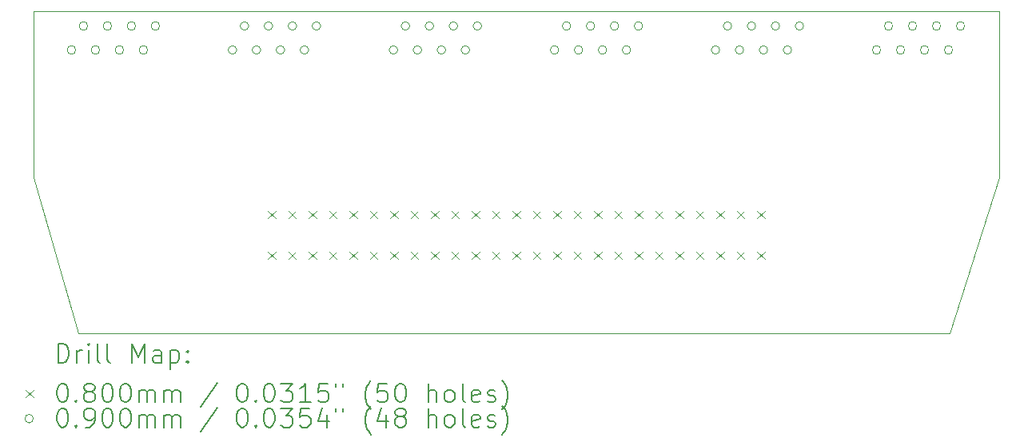
<source format=gbr>
%TF.GenerationSoftware,KiCad,Pcbnew,8.0.1*%
%TF.CreationDate,2024-06-26T21:25:34+01:00*%
%TF.ProjectId,MINI_TRUNK_6_MAIN,4d494e49-5f54-4525-954e-4b5f365f4d41,rev?*%
%TF.SameCoordinates,Original*%
%TF.FileFunction,Drillmap*%
%TF.FilePolarity,Positive*%
%FSLAX45Y45*%
G04 Gerber Fmt 4.5, Leading zero omitted, Abs format (unit mm)*
G04 Created by KiCad (PCBNEW 8.0.1) date 2024-06-26 21:25:34*
%MOMM*%
%LPD*%
G01*
G04 APERTURE LIST*
%ADD10C,0.050000*%
%ADD11C,0.200000*%
%ADD12C,0.100000*%
G04 APERTURE END LIST*
D10*
X21129000Y-11918000D02*
X11898000Y-11918000D01*
X11427000Y-8507000D02*
X21654000Y-8507000D01*
X21654000Y-10272000D02*
X21129000Y-11918000D01*
X11427000Y-10272000D02*
X11898000Y-11918000D01*
X11427000Y-8507000D02*
X11427000Y-10272000D01*
X21654000Y-8507000D02*
X21654000Y-10272000D01*
D11*
D12*
X13908500Y-10624500D02*
X13988500Y-10704500D01*
X13988500Y-10624500D02*
X13908500Y-10704500D01*
X13908500Y-11053500D02*
X13988500Y-11133500D01*
X13988500Y-11053500D02*
X13908500Y-11133500D01*
X14124500Y-10624500D02*
X14204500Y-10704500D01*
X14204500Y-10624500D02*
X14124500Y-10704500D01*
X14124500Y-11053500D02*
X14204500Y-11133500D01*
X14204500Y-11053500D02*
X14124500Y-11133500D01*
X14340500Y-10624500D02*
X14420500Y-10704500D01*
X14420500Y-10624500D02*
X14340500Y-10704500D01*
X14340500Y-11053500D02*
X14420500Y-11133500D01*
X14420500Y-11053500D02*
X14340500Y-11133500D01*
X14556500Y-10624500D02*
X14636500Y-10704500D01*
X14636500Y-10624500D02*
X14556500Y-10704500D01*
X14556500Y-11053500D02*
X14636500Y-11133500D01*
X14636500Y-11053500D02*
X14556500Y-11133500D01*
X14772500Y-10624500D02*
X14852500Y-10704500D01*
X14852500Y-10624500D02*
X14772500Y-10704500D01*
X14772500Y-11053500D02*
X14852500Y-11133500D01*
X14852500Y-11053500D02*
X14772500Y-11133500D01*
X14988500Y-10624500D02*
X15068500Y-10704500D01*
X15068500Y-10624500D02*
X14988500Y-10704500D01*
X14988500Y-11053500D02*
X15068500Y-11133500D01*
X15068500Y-11053500D02*
X14988500Y-11133500D01*
X15204500Y-10624500D02*
X15284500Y-10704500D01*
X15284500Y-10624500D02*
X15204500Y-10704500D01*
X15204500Y-11053500D02*
X15284500Y-11133500D01*
X15284500Y-11053500D02*
X15204500Y-11133500D01*
X15420500Y-10624500D02*
X15500500Y-10704500D01*
X15500500Y-10624500D02*
X15420500Y-10704500D01*
X15420500Y-11053500D02*
X15500500Y-11133500D01*
X15500500Y-11053500D02*
X15420500Y-11133500D01*
X15636500Y-10624500D02*
X15716500Y-10704500D01*
X15716500Y-10624500D02*
X15636500Y-10704500D01*
X15636500Y-11053500D02*
X15716500Y-11133500D01*
X15716500Y-11053500D02*
X15636500Y-11133500D01*
X15852500Y-10624500D02*
X15932500Y-10704500D01*
X15932500Y-10624500D02*
X15852500Y-10704500D01*
X15852500Y-11053500D02*
X15932500Y-11133500D01*
X15932500Y-11053500D02*
X15852500Y-11133500D01*
X16068500Y-10624500D02*
X16148500Y-10704500D01*
X16148500Y-10624500D02*
X16068500Y-10704500D01*
X16068500Y-11053500D02*
X16148500Y-11133500D01*
X16148500Y-11053500D02*
X16068500Y-11133500D01*
X16284500Y-10624500D02*
X16364500Y-10704500D01*
X16364500Y-10624500D02*
X16284500Y-10704500D01*
X16284500Y-11053500D02*
X16364500Y-11133500D01*
X16364500Y-11053500D02*
X16284500Y-11133500D01*
X16500500Y-10624500D02*
X16580500Y-10704500D01*
X16580500Y-10624500D02*
X16500500Y-10704500D01*
X16500500Y-11053500D02*
X16580500Y-11133500D01*
X16580500Y-11053500D02*
X16500500Y-11133500D01*
X16716500Y-10624500D02*
X16796500Y-10704500D01*
X16796500Y-10624500D02*
X16716500Y-10704500D01*
X16716500Y-11053500D02*
X16796500Y-11133500D01*
X16796500Y-11053500D02*
X16716500Y-11133500D01*
X16932500Y-10624500D02*
X17012500Y-10704500D01*
X17012500Y-10624500D02*
X16932500Y-10704500D01*
X16932500Y-11053500D02*
X17012500Y-11133500D01*
X17012500Y-11053500D02*
X16932500Y-11133500D01*
X17148500Y-10624500D02*
X17228500Y-10704500D01*
X17228500Y-10624500D02*
X17148500Y-10704500D01*
X17148500Y-11053500D02*
X17228500Y-11133500D01*
X17228500Y-11053500D02*
X17148500Y-11133500D01*
X17364500Y-10624500D02*
X17444500Y-10704500D01*
X17444500Y-10624500D02*
X17364500Y-10704500D01*
X17364500Y-11053500D02*
X17444500Y-11133500D01*
X17444500Y-11053500D02*
X17364500Y-11133500D01*
X17580500Y-10624500D02*
X17660500Y-10704500D01*
X17660500Y-10624500D02*
X17580500Y-10704500D01*
X17580500Y-11053500D02*
X17660500Y-11133500D01*
X17660500Y-11053500D02*
X17580500Y-11133500D01*
X17796500Y-10624500D02*
X17876500Y-10704500D01*
X17876500Y-10624500D02*
X17796500Y-10704500D01*
X17796500Y-11053500D02*
X17876500Y-11133500D01*
X17876500Y-11053500D02*
X17796500Y-11133500D01*
X18012500Y-10624500D02*
X18092500Y-10704500D01*
X18092500Y-10624500D02*
X18012500Y-10704500D01*
X18012500Y-11053500D02*
X18092500Y-11133500D01*
X18092500Y-11053500D02*
X18012500Y-11133500D01*
X18228500Y-10624500D02*
X18308500Y-10704500D01*
X18308500Y-10624500D02*
X18228500Y-10704500D01*
X18228500Y-11053500D02*
X18308500Y-11133500D01*
X18308500Y-11053500D02*
X18228500Y-11133500D01*
X18444500Y-10624500D02*
X18524500Y-10704500D01*
X18524500Y-10624500D02*
X18444500Y-10704500D01*
X18444500Y-11053500D02*
X18524500Y-11133500D01*
X18524500Y-11053500D02*
X18444500Y-11133500D01*
X18660500Y-10624500D02*
X18740500Y-10704500D01*
X18740500Y-10624500D02*
X18660500Y-10704500D01*
X18660500Y-11053500D02*
X18740500Y-11133500D01*
X18740500Y-11053500D02*
X18660500Y-11133500D01*
X18876500Y-10624500D02*
X18956500Y-10704500D01*
X18956500Y-10624500D02*
X18876500Y-10704500D01*
X18876500Y-11053500D02*
X18956500Y-11133500D01*
X18956500Y-11053500D02*
X18876500Y-11133500D01*
X19092500Y-10624500D02*
X19172500Y-10704500D01*
X19172500Y-10624500D02*
X19092500Y-10704500D01*
X19092500Y-11053500D02*
X19172500Y-11133500D01*
X19172500Y-11053500D02*
X19092500Y-11133500D01*
X11872934Y-8919400D02*
G75*
G02*
X11782934Y-8919400I-45000J0D01*
G01*
X11782934Y-8919400D02*
G75*
G02*
X11872934Y-8919400I45000J0D01*
G01*
X11999934Y-8665400D02*
G75*
G02*
X11909934Y-8665400I-45000J0D01*
G01*
X11909934Y-8665400D02*
G75*
G02*
X11999934Y-8665400I45000J0D01*
G01*
X12126935Y-8919400D02*
G75*
G02*
X12036935Y-8919400I-45000J0D01*
G01*
X12036935Y-8919400D02*
G75*
G02*
X12126935Y-8919400I45000J0D01*
G01*
X12253934Y-8665400D02*
G75*
G02*
X12163934Y-8665400I-45000J0D01*
G01*
X12163934Y-8665400D02*
G75*
G02*
X12253934Y-8665400I45000J0D01*
G01*
X12380935Y-8919400D02*
G75*
G02*
X12290935Y-8919400I-45000J0D01*
G01*
X12290935Y-8919400D02*
G75*
G02*
X12380935Y-8919400I45000J0D01*
G01*
X12507934Y-8665400D02*
G75*
G02*
X12417934Y-8665400I-45000J0D01*
G01*
X12417934Y-8665400D02*
G75*
G02*
X12507934Y-8665400I45000J0D01*
G01*
X12634935Y-8919400D02*
G75*
G02*
X12544935Y-8919400I-45000J0D01*
G01*
X12544935Y-8919400D02*
G75*
G02*
X12634935Y-8919400I45000J0D01*
G01*
X12761935Y-8665400D02*
G75*
G02*
X12671935Y-8665400I-45000J0D01*
G01*
X12671935Y-8665400D02*
G75*
G02*
X12761935Y-8665400I45000J0D01*
G01*
X13578368Y-8919400D02*
G75*
G02*
X13488368Y-8919400I-45000J0D01*
G01*
X13488368Y-8919400D02*
G75*
G02*
X13578368Y-8919400I45000J0D01*
G01*
X13705368Y-8665400D02*
G75*
G02*
X13615368Y-8665400I-45000J0D01*
G01*
X13615368Y-8665400D02*
G75*
G02*
X13705368Y-8665400I45000J0D01*
G01*
X13832368Y-8919400D02*
G75*
G02*
X13742368Y-8919400I-45000J0D01*
G01*
X13742368Y-8919400D02*
G75*
G02*
X13832368Y-8919400I45000J0D01*
G01*
X13959368Y-8665400D02*
G75*
G02*
X13869368Y-8665400I-45000J0D01*
G01*
X13869368Y-8665400D02*
G75*
G02*
X13959368Y-8665400I45000J0D01*
G01*
X14086368Y-8919400D02*
G75*
G02*
X13996368Y-8919400I-45000J0D01*
G01*
X13996368Y-8919400D02*
G75*
G02*
X14086368Y-8919400I45000J0D01*
G01*
X14213368Y-8665400D02*
G75*
G02*
X14123368Y-8665400I-45000J0D01*
G01*
X14123368Y-8665400D02*
G75*
G02*
X14213368Y-8665400I45000J0D01*
G01*
X14340368Y-8919400D02*
G75*
G02*
X14250368Y-8919400I-45000J0D01*
G01*
X14250368Y-8919400D02*
G75*
G02*
X14340368Y-8919400I45000J0D01*
G01*
X14467368Y-8665400D02*
G75*
G02*
X14377368Y-8665400I-45000J0D01*
G01*
X14377368Y-8665400D02*
G75*
G02*
X14467368Y-8665400I45000J0D01*
G01*
X15283801Y-8919400D02*
G75*
G02*
X15193801Y-8919400I-45000J0D01*
G01*
X15193801Y-8919400D02*
G75*
G02*
X15283801Y-8919400I45000J0D01*
G01*
X15410801Y-8665400D02*
G75*
G02*
X15320801Y-8665400I-45000J0D01*
G01*
X15320801Y-8665400D02*
G75*
G02*
X15410801Y-8665400I45000J0D01*
G01*
X15537801Y-8919400D02*
G75*
G02*
X15447801Y-8919400I-45000J0D01*
G01*
X15447801Y-8919400D02*
G75*
G02*
X15537801Y-8919400I45000J0D01*
G01*
X15664801Y-8665400D02*
G75*
G02*
X15574801Y-8665400I-45000J0D01*
G01*
X15574801Y-8665400D02*
G75*
G02*
X15664801Y-8665400I45000J0D01*
G01*
X15791801Y-8919400D02*
G75*
G02*
X15701801Y-8919400I-45000J0D01*
G01*
X15701801Y-8919400D02*
G75*
G02*
X15791801Y-8919400I45000J0D01*
G01*
X15918801Y-8665400D02*
G75*
G02*
X15828801Y-8665400I-45000J0D01*
G01*
X15828801Y-8665400D02*
G75*
G02*
X15918801Y-8665400I45000J0D01*
G01*
X16045802Y-8919400D02*
G75*
G02*
X15955802Y-8919400I-45000J0D01*
G01*
X15955802Y-8919400D02*
G75*
G02*
X16045802Y-8919400I45000J0D01*
G01*
X16172802Y-8665400D02*
G75*
G02*
X16082802Y-8665400I-45000J0D01*
G01*
X16082802Y-8665400D02*
G75*
G02*
X16172802Y-8665400I45000J0D01*
G01*
X16989235Y-8919400D02*
G75*
G02*
X16899235Y-8919400I-45000J0D01*
G01*
X16899235Y-8919400D02*
G75*
G02*
X16989235Y-8919400I45000J0D01*
G01*
X17116234Y-8665400D02*
G75*
G02*
X17026234Y-8665400I-45000J0D01*
G01*
X17026234Y-8665400D02*
G75*
G02*
X17116234Y-8665400I45000J0D01*
G01*
X17243235Y-8919400D02*
G75*
G02*
X17153235Y-8919400I-45000J0D01*
G01*
X17153235Y-8919400D02*
G75*
G02*
X17243235Y-8919400I45000J0D01*
G01*
X17370235Y-8665400D02*
G75*
G02*
X17280235Y-8665400I-45000J0D01*
G01*
X17280235Y-8665400D02*
G75*
G02*
X17370235Y-8665400I45000J0D01*
G01*
X17497235Y-8919400D02*
G75*
G02*
X17407235Y-8919400I-45000J0D01*
G01*
X17407235Y-8919400D02*
G75*
G02*
X17497235Y-8919400I45000J0D01*
G01*
X17624235Y-8665400D02*
G75*
G02*
X17534235Y-8665400I-45000J0D01*
G01*
X17534235Y-8665400D02*
G75*
G02*
X17624235Y-8665400I45000J0D01*
G01*
X17751235Y-8919400D02*
G75*
G02*
X17661235Y-8919400I-45000J0D01*
G01*
X17661235Y-8919400D02*
G75*
G02*
X17751235Y-8919400I45000J0D01*
G01*
X17878235Y-8665400D02*
G75*
G02*
X17788235Y-8665400I-45000J0D01*
G01*
X17788235Y-8665400D02*
G75*
G02*
X17878235Y-8665400I45000J0D01*
G01*
X18694668Y-8919400D02*
G75*
G02*
X18604668Y-8919400I-45000J0D01*
G01*
X18604668Y-8919400D02*
G75*
G02*
X18694668Y-8919400I45000J0D01*
G01*
X18821668Y-8665400D02*
G75*
G02*
X18731668Y-8665400I-45000J0D01*
G01*
X18731668Y-8665400D02*
G75*
G02*
X18821668Y-8665400I45000J0D01*
G01*
X18948668Y-8919400D02*
G75*
G02*
X18858668Y-8919400I-45000J0D01*
G01*
X18858668Y-8919400D02*
G75*
G02*
X18948668Y-8919400I45000J0D01*
G01*
X19075668Y-8665400D02*
G75*
G02*
X18985668Y-8665400I-45000J0D01*
G01*
X18985668Y-8665400D02*
G75*
G02*
X19075668Y-8665400I45000J0D01*
G01*
X19202668Y-8919400D02*
G75*
G02*
X19112668Y-8919400I-45000J0D01*
G01*
X19112668Y-8919400D02*
G75*
G02*
X19202668Y-8919400I45000J0D01*
G01*
X19329668Y-8665400D02*
G75*
G02*
X19239668Y-8665400I-45000J0D01*
G01*
X19239668Y-8665400D02*
G75*
G02*
X19329668Y-8665400I45000J0D01*
G01*
X19456668Y-8919400D02*
G75*
G02*
X19366668Y-8919400I-45000J0D01*
G01*
X19366668Y-8919400D02*
G75*
G02*
X19456668Y-8919400I45000J0D01*
G01*
X19583669Y-8665400D02*
G75*
G02*
X19493669Y-8665400I-45000J0D01*
G01*
X19493669Y-8665400D02*
G75*
G02*
X19583669Y-8665400I45000J0D01*
G01*
X20400102Y-8919400D02*
G75*
G02*
X20310102Y-8919400I-45000J0D01*
G01*
X20310102Y-8919400D02*
G75*
G02*
X20400102Y-8919400I45000J0D01*
G01*
X20527101Y-8665400D02*
G75*
G02*
X20437101Y-8665400I-45000J0D01*
G01*
X20437101Y-8665400D02*
G75*
G02*
X20527101Y-8665400I45000J0D01*
G01*
X20654102Y-8919400D02*
G75*
G02*
X20564102Y-8919400I-45000J0D01*
G01*
X20564102Y-8919400D02*
G75*
G02*
X20654102Y-8919400I45000J0D01*
G01*
X20781101Y-8665400D02*
G75*
G02*
X20691101Y-8665400I-45000J0D01*
G01*
X20691101Y-8665400D02*
G75*
G02*
X20781101Y-8665400I45000J0D01*
G01*
X20908102Y-8919400D02*
G75*
G02*
X20818102Y-8919400I-45000J0D01*
G01*
X20818102Y-8919400D02*
G75*
G02*
X20908102Y-8919400I45000J0D01*
G01*
X21035101Y-8665400D02*
G75*
G02*
X20945101Y-8665400I-45000J0D01*
G01*
X20945101Y-8665400D02*
G75*
G02*
X21035101Y-8665400I45000J0D01*
G01*
X21162102Y-8919400D02*
G75*
G02*
X21072102Y-8919400I-45000J0D01*
G01*
X21072102Y-8919400D02*
G75*
G02*
X21162102Y-8919400I45000J0D01*
G01*
X21289102Y-8665400D02*
G75*
G02*
X21199102Y-8665400I-45000J0D01*
G01*
X21199102Y-8665400D02*
G75*
G02*
X21289102Y-8665400I45000J0D01*
G01*
D11*
X11685277Y-12231984D02*
X11685277Y-12031984D01*
X11685277Y-12031984D02*
X11732896Y-12031984D01*
X11732896Y-12031984D02*
X11761467Y-12041508D01*
X11761467Y-12041508D02*
X11780515Y-12060555D01*
X11780515Y-12060555D02*
X11790039Y-12079603D01*
X11790039Y-12079603D02*
X11799562Y-12117698D01*
X11799562Y-12117698D02*
X11799562Y-12146269D01*
X11799562Y-12146269D02*
X11790039Y-12184365D01*
X11790039Y-12184365D02*
X11780515Y-12203412D01*
X11780515Y-12203412D02*
X11761467Y-12222460D01*
X11761467Y-12222460D02*
X11732896Y-12231984D01*
X11732896Y-12231984D02*
X11685277Y-12231984D01*
X11885277Y-12231984D02*
X11885277Y-12098650D01*
X11885277Y-12136746D02*
X11894801Y-12117698D01*
X11894801Y-12117698D02*
X11904324Y-12108174D01*
X11904324Y-12108174D02*
X11923372Y-12098650D01*
X11923372Y-12098650D02*
X11942420Y-12098650D01*
X12009086Y-12231984D02*
X12009086Y-12098650D01*
X12009086Y-12031984D02*
X11999562Y-12041508D01*
X11999562Y-12041508D02*
X12009086Y-12051031D01*
X12009086Y-12051031D02*
X12018610Y-12041508D01*
X12018610Y-12041508D02*
X12009086Y-12031984D01*
X12009086Y-12031984D02*
X12009086Y-12051031D01*
X12132896Y-12231984D02*
X12113848Y-12222460D01*
X12113848Y-12222460D02*
X12104324Y-12203412D01*
X12104324Y-12203412D02*
X12104324Y-12031984D01*
X12237658Y-12231984D02*
X12218610Y-12222460D01*
X12218610Y-12222460D02*
X12209086Y-12203412D01*
X12209086Y-12203412D02*
X12209086Y-12031984D01*
X12466229Y-12231984D02*
X12466229Y-12031984D01*
X12466229Y-12031984D02*
X12532896Y-12174841D01*
X12532896Y-12174841D02*
X12599562Y-12031984D01*
X12599562Y-12031984D02*
X12599562Y-12231984D01*
X12780515Y-12231984D02*
X12780515Y-12127222D01*
X12780515Y-12127222D02*
X12770991Y-12108174D01*
X12770991Y-12108174D02*
X12751943Y-12098650D01*
X12751943Y-12098650D02*
X12713848Y-12098650D01*
X12713848Y-12098650D02*
X12694801Y-12108174D01*
X12780515Y-12222460D02*
X12761467Y-12231984D01*
X12761467Y-12231984D02*
X12713848Y-12231984D01*
X12713848Y-12231984D02*
X12694801Y-12222460D01*
X12694801Y-12222460D02*
X12685277Y-12203412D01*
X12685277Y-12203412D02*
X12685277Y-12184365D01*
X12685277Y-12184365D02*
X12694801Y-12165317D01*
X12694801Y-12165317D02*
X12713848Y-12155793D01*
X12713848Y-12155793D02*
X12761467Y-12155793D01*
X12761467Y-12155793D02*
X12780515Y-12146269D01*
X12875753Y-12098650D02*
X12875753Y-12298650D01*
X12875753Y-12108174D02*
X12894801Y-12098650D01*
X12894801Y-12098650D02*
X12932896Y-12098650D01*
X12932896Y-12098650D02*
X12951943Y-12108174D01*
X12951943Y-12108174D02*
X12961467Y-12117698D01*
X12961467Y-12117698D02*
X12970991Y-12136746D01*
X12970991Y-12136746D02*
X12970991Y-12193888D01*
X12970991Y-12193888D02*
X12961467Y-12212936D01*
X12961467Y-12212936D02*
X12951943Y-12222460D01*
X12951943Y-12222460D02*
X12932896Y-12231984D01*
X12932896Y-12231984D02*
X12894801Y-12231984D01*
X12894801Y-12231984D02*
X12875753Y-12222460D01*
X13056705Y-12212936D02*
X13066229Y-12222460D01*
X13066229Y-12222460D02*
X13056705Y-12231984D01*
X13056705Y-12231984D02*
X13047182Y-12222460D01*
X13047182Y-12222460D02*
X13056705Y-12212936D01*
X13056705Y-12212936D02*
X13056705Y-12231984D01*
X13056705Y-12108174D02*
X13066229Y-12117698D01*
X13066229Y-12117698D02*
X13056705Y-12127222D01*
X13056705Y-12127222D02*
X13047182Y-12117698D01*
X13047182Y-12117698D02*
X13056705Y-12108174D01*
X13056705Y-12108174D02*
X13056705Y-12127222D01*
D12*
X11344500Y-12520500D02*
X11424500Y-12600500D01*
X11424500Y-12520500D02*
X11344500Y-12600500D01*
D11*
X11723372Y-12451984D02*
X11742420Y-12451984D01*
X11742420Y-12451984D02*
X11761467Y-12461508D01*
X11761467Y-12461508D02*
X11770991Y-12471031D01*
X11770991Y-12471031D02*
X11780515Y-12490079D01*
X11780515Y-12490079D02*
X11790039Y-12528174D01*
X11790039Y-12528174D02*
X11790039Y-12575793D01*
X11790039Y-12575793D02*
X11780515Y-12613888D01*
X11780515Y-12613888D02*
X11770991Y-12632936D01*
X11770991Y-12632936D02*
X11761467Y-12642460D01*
X11761467Y-12642460D02*
X11742420Y-12651984D01*
X11742420Y-12651984D02*
X11723372Y-12651984D01*
X11723372Y-12651984D02*
X11704324Y-12642460D01*
X11704324Y-12642460D02*
X11694801Y-12632936D01*
X11694801Y-12632936D02*
X11685277Y-12613888D01*
X11685277Y-12613888D02*
X11675753Y-12575793D01*
X11675753Y-12575793D02*
X11675753Y-12528174D01*
X11675753Y-12528174D02*
X11685277Y-12490079D01*
X11685277Y-12490079D02*
X11694801Y-12471031D01*
X11694801Y-12471031D02*
X11704324Y-12461508D01*
X11704324Y-12461508D02*
X11723372Y-12451984D01*
X11875753Y-12632936D02*
X11885277Y-12642460D01*
X11885277Y-12642460D02*
X11875753Y-12651984D01*
X11875753Y-12651984D02*
X11866229Y-12642460D01*
X11866229Y-12642460D02*
X11875753Y-12632936D01*
X11875753Y-12632936D02*
X11875753Y-12651984D01*
X11999562Y-12537698D02*
X11980515Y-12528174D01*
X11980515Y-12528174D02*
X11970991Y-12518650D01*
X11970991Y-12518650D02*
X11961467Y-12499603D01*
X11961467Y-12499603D02*
X11961467Y-12490079D01*
X11961467Y-12490079D02*
X11970991Y-12471031D01*
X11970991Y-12471031D02*
X11980515Y-12461508D01*
X11980515Y-12461508D02*
X11999562Y-12451984D01*
X11999562Y-12451984D02*
X12037658Y-12451984D01*
X12037658Y-12451984D02*
X12056705Y-12461508D01*
X12056705Y-12461508D02*
X12066229Y-12471031D01*
X12066229Y-12471031D02*
X12075753Y-12490079D01*
X12075753Y-12490079D02*
X12075753Y-12499603D01*
X12075753Y-12499603D02*
X12066229Y-12518650D01*
X12066229Y-12518650D02*
X12056705Y-12528174D01*
X12056705Y-12528174D02*
X12037658Y-12537698D01*
X12037658Y-12537698D02*
X11999562Y-12537698D01*
X11999562Y-12537698D02*
X11980515Y-12547222D01*
X11980515Y-12547222D02*
X11970991Y-12556746D01*
X11970991Y-12556746D02*
X11961467Y-12575793D01*
X11961467Y-12575793D02*
X11961467Y-12613888D01*
X11961467Y-12613888D02*
X11970991Y-12632936D01*
X11970991Y-12632936D02*
X11980515Y-12642460D01*
X11980515Y-12642460D02*
X11999562Y-12651984D01*
X11999562Y-12651984D02*
X12037658Y-12651984D01*
X12037658Y-12651984D02*
X12056705Y-12642460D01*
X12056705Y-12642460D02*
X12066229Y-12632936D01*
X12066229Y-12632936D02*
X12075753Y-12613888D01*
X12075753Y-12613888D02*
X12075753Y-12575793D01*
X12075753Y-12575793D02*
X12066229Y-12556746D01*
X12066229Y-12556746D02*
X12056705Y-12547222D01*
X12056705Y-12547222D02*
X12037658Y-12537698D01*
X12199562Y-12451984D02*
X12218610Y-12451984D01*
X12218610Y-12451984D02*
X12237658Y-12461508D01*
X12237658Y-12461508D02*
X12247182Y-12471031D01*
X12247182Y-12471031D02*
X12256705Y-12490079D01*
X12256705Y-12490079D02*
X12266229Y-12528174D01*
X12266229Y-12528174D02*
X12266229Y-12575793D01*
X12266229Y-12575793D02*
X12256705Y-12613888D01*
X12256705Y-12613888D02*
X12247182Y-12632936D01*
X12247182Y-12632936D02*
X12237658Y-12642460D01*
X12237658Y-12642460D02*
X12218610Y-12651984D01*
X12218610Y-12651984D02*
X12199562Y-12651984D01*
X12199562Y-12651984D02*
X12180515Y-12642460D01*
X12180515Y-12642460D02*
X12170991Y-12632936D01*
X12170991Y-12632936D02*
X12161467Y-12613888D01*
X12161467Y-12613888D02*
X12151943Y-12575793D01*
X12151943Y-12575793D02*
X12151943Y-12528174D01*
X12151943Y-12528174D02*
X12161467Y-12490079D01*
X12161467Y-12490079D02*
X12170991Y-12471031D01*
X12170991Y-12471031D02*
X12180515Y-12461508D01*
X12180515Y-12461508D02*
X12199562Y-12451984D01*
X12390039Y-12451984D02*
X12409086Y-12451984D01*
X12409086Y-12451984D02*
X12428134Y-12461508D01*
X12428134Y-12461508D02*
X12437658Y-12471031D01*
X12437658Y-12471031D02*
X12447182Y-12490079D01*
X12447182Y-12490079D02*
X12456705Y-12528174D01*
X12456705Y-12528174D02*
X12456705Y-12575793D01*
X12456705Y-12575793D02*
X12447182Y-12613888D01*
X12447182Y-12613888D02*
X12437658Y-12632936D01*
X12437658Y-12632936D02*
X12428134Y-12642460D01*
X12428134Y-12642460D02*
X12409086Y-12651984D01*
X12409086Y-12651984D02*
X12390039Y-12651984D01*
X12390039Y-12651984D02*
X12370991Y-12642460D01*
X12370991Y-12642460D02*
X12361467Y-12632936D01*
X12361467Y-12632936D02*
X12351943Y-12613888D01*
X12351943Y-12613888D02*
X12342420Y-12575793D01*
X12342420Y-12575793D02*
X12342420Y-12528174D01*
X12342420Y-12528174D02*
X12351943Y-12490079D01*
X12351943Y-12490079D02*
X12361467Y-12471031D01*
X12361467Y-12471031D02*
X12370991Y-12461508D01*
X12370991Y-12461508D02*
X12390039Y-12451984D01*
X12542420Y-12651984D02*
X12542420Y-12518650D01*
X12542420Y-12537698D02*
X12551943Y-12528174D01*
X12551943Y-12528174D02*
X12570991Y-12518650D01*
X12570991Y-12518650D02*
X12599563Y-12518650D01*
X12599563Y-12518650D02*
X12618610Y-12528174D01*
X12618610Y-12528174D02*
X12628134Y-12547222D01*
X12628134Y-12547222D02*
X12628134Y-12651984D01*
X12628134Y-12547222D02*
X12637658Y-12528174D01*
X12637658Y-12528174D02*
X12656705Y-12518650D01*
X12656705Y-12518650D02*
X12685277Y-12518650D01*
X12685277Y-12518650D02*
X12704324Y-12528174D01*
X12704324Y-12528174D02*
X12713848Y-12547222D01*
X12713848Y-12547222D02*
X12713848Y-12651984D01*
X12809086Y-12651984D02*
X12809086Y-12518650D01*
X12809086Y-12537698D02*
X12818610Y-12528174D01*
X12818610Y-12528174D02*
X12837658Y-12518650D01*
X12837658Y-12518650D02*
X12866229Y-12518650D01*
X12866229Y-12518650D02*
X12885277Y-12528174D01*
X12885277Y-12528174D02*
X12894801Y-12547222D01*
X12894801Y-12547222D02*
X12894801Y-12651984D01*
X12894801Y-12547222D02*
X12904324Y-12528174D01*
X12904324Y-12528174D02*
X12923372Y-12518650D01*
X12923372Y-12518650D02*
X12951943Y-12518650D01*
X12951943Y-12518650D02*
X12970991Y-12528174D01*
X12970991Y-12528174D02*
X12980515Y-12547222D01*
X12980515Y-12547222D02*
X12980515Y-12651984D01*
X13370991Y-12442460D02*
X13199563Y-12699603D01*
X13628134Y-12451984D02*
X13647182Y-12451984D01*
X13647182Y-12451984D02*
X13666229Y-12461508D01*
X13666229Y-12461508D02*
X13675753Y-12471031D01*
X13675753Y-12471031D02*
X13685277Y-12490079D01*
X13685277Y-12490079D02*
X13694801Y-12528174D01*
X13694801Y-12528174D02*
X13694801Y-12575793D01*
X13694801Y-12575793D02*
X13685277Y-12613888D01*
X13685277Y-12613888D02*
X13675753Y-12632936D01*
X13675753Y-12632936D02*
X13666229Y-12642460D01*
X13666229Y-12642460D02*
X13647182Y-12651984D01*
X13647182Y-12651984D02*
X13628134Y-12651984D01*
X13628134Y-12651984D02*
X13609086Y-12642460D01*
X13609086Y-12642460D02*
X13599563Y-12632936D01*
X13599563Y-12632936D02*
X13590039Y-12613888D01*
X13590039Y-12613888D02*
X13580515Y-12575793D01*
X13580515Y-12575793D02*
X13580515Y-12528174D01*
X13580515Y-12528174D02*
X13590039Y-12490079D01*
X13590039Y-12490079D02*
X13599563Y-12471031D01*
X13599563Y-12471031D02*
X13609086Y-12461508D01*
X13609086Y-12461508D02*
X13628134Y-12451984D01*
X13780515Y-12632936D02*
X13790039Y-12642460D01*
X13790039Y-12642460D02*
X13780515Y-12651984D01*
X13780515Y-12651984D02*
X13770991Y-12642460D01*
X13770991Y-12642460D02*
X13780515Y-12632936D01*
X13780515Y-12632936D02*
X13780515Y-12651984D01*
X13913848Y-12451984D02*
X13932896Y-12451984D01*
X13932896Y-12451984D02*
X13951944Y-12461508D01*
X13951944Y-12461508D02*
X13961467Y-12471031D01*
X13961467Y-12471031D02*
X13970991Y-12490079D01*
X13970991Y-12490079D02*
X13980515Y-12528174D01*
X13980515Y-12528174D02*
X13980515Y-12575793D01*
X13980515Y-12575793D02*
X13970991Y-12613888D01*
X13970991Y-12613888D02*
X13961467Y-12632936D01*
X13961467Y-12632936D02*
X13951944Y-12642460D01*
X13951944Y-12642460D02*
X13932896Y-12651984D01*
X13932896Y-12651984D02*
X13913848Y-12651984D01*
X13913848Y-12651984D02*
X13894801Y-12642460D01*
X13894801Y-12642460D02*
X13885277Y-12632936D01*
X13885277Y-12632936D02*
X13875753Y-12613888D01*
X13875753Y-12613888D02*
X13866229Y-12575793D01*
X13866229Y-12575793D02*
X13866229Y-12528174D01*
X13866229Y-12528174D02*
X13875753Y-12490079D01*
X13875753Y-12490079D02*
X13885277Y-12471031D01*
X13885277Y-12471031D02*
X13894801Y-12461508D01*
X13894801Y-12461508D02*
X13913848Y-12451984D01*
X14047182Y-12451984D02*
X14170991Y-12451984D01*
X14170991Y-12451984D02*
X14104325Y-12528174D01*
X14104325Y-12528174D02*
X14132896Y-12528174D01*
X14132896Y-12528174D02*
X14151944Y-12537698D01*
X14151944Y-12537698D02*
X14161467Y-12547222D01*
X14161467Y-12547222D02*
X14170991Y-12566269D01*
X14170991Y-12566269D02*
X14170991Y-12613888D01*
X14170991Y-12613888D02*
X14161467Y-12632936D01*
X14161467Y-12632936D02*
X14151944Y-12642460D01*
X14151944Y-12642460D02*
X14132896Y-12651984D01*
X14132896Y-12651984D02*
X14075753Y-12651984D01*
X14075753Y-12651984D02*
X14056706Y-12642460D01*
X14056706Y-12642460D02*
X14047182Y-12632936D01*
X14361467Y-12651984D02*
X14247182Y-12651984D01*
X14304325Y-12651984D02*
X14304325Y-12451984D01*
X14304325Y-12451984D02*
X14285277Y-12480555D01*
X14285277Y-12480555D02*
X14266229Y-12499603D01*
X14266229Y-12499603D02*
X14247182Y-12509127D01*
X14542420Y-12451984D02*
X14447182Y-12451984D01*
X14447182Y-12451984D02*
X14437658Y-12547222D01*
X14437658Y-12547222D02*
X14447182Y-12537698D01*
X14447182Y-12537698D02*
X14466229Y-12528174D01*
X14466229Y-12528174D02*
X14513848Y-12528174D01*
X14513848Y-12528174D02*
X14532896Y-12537698D01*
X14532896Y-12537698D02*
X14542420Y-12547222D01*
X14542420Y-12547222D02*
X14551944Y-12566269D01*
X14551944Y-12566269D02*
X14551944Y-12613888D01*
X14551944Y-12613888D02*
X14542420Y-12632936D01*
X14542420Y-12632936D02*
X14532896Y-12642460D01*
X14532896Y-12642460D02*
X14513848Y-12651984D01*
X14513848Y-12651984D02*
X14466229Y-12651984D01*
X14466229Y-12651984D02*
X14447182Y-12642460D01*
X14447182Y-12642460D02*
X14437658Y-12632936D01*
X14628134Y-12451984D02*
X14628134Y-12490079D01*
X14704325Y-12451984D02*
X14704325Y-12490079D01*
X14999563Y-12728174D02*
X14990039Y-12718650D01*
X14990039Y-12718650D02*
X14970991Y-12690079D01*
X14970991Y-12690079D02*
X14961468Y-12671031D01*
X14961468Y-12671031D02*
X14951944Y-12642460D01*
X14951944Y-12642460D02*
X14942420Y-12594841D01*
X14942420Y-12594841D02*
X14942420Y-12556746D01*
X14942420Y-12556746D02*
X14951944Y-12509127D01*
X14951944Y-12509127D02*
X14961468Y-12480555D01*
X14961468Y-12480555D02*
X14970991Y-12461508D01*
X14970991Y-12461508D02*
X14990039Y-12432936D01*
X14990039Y-12432936D02*
X14999563Y-12423412D01*
X15170991Y-12451984D02*
X15075753Y-12451984D01*
X15075753Y-12451984D02*
X15066229Y-12547222D01*
X15066229Y-12547222D02*
X15075753Y-12537698D01*
X15075753Y-12537698D02*
X15094801Y-12528174D01*
X15094801Y-12528174D02*
X15142420Y-12528174D01*
X15142420Y-12528174D02*
X15161468Y-12537698D01*
X15161468Y-12537698D02*
X15170991Y-12547222D01*
X15170991Y-12547222D02*
X15180515Y-12566269D01*
X15180515Y-12566269D02*
X15180515Y-12613888D01*
X15180515Y-12613888D02*
X15170991Y-12632936D01*
X15170991Y-12632936D02*
X15161468Y-12642460D01*
X15161468Y-12642460D02*
X15142420Y-12651984D01*
X15142420Y-12651984D02*
X15094801Y-12651984D01*
X15094801Y-12651984D02*
X15075753Y-12642460D01*
X15075753Y-12642460D02*
X15066229Y-12632936D01*
X15304325Y-12451984D02*
X15323372Y-12451984D01*
X15323372Y-12451984D02*
X15342420Y-12461508D01*
X15342420Y-12461508D02*
X15351944Y-12471031D01*
X15351944Y-12471031D02*
X15361468Y-12490079D01*
X15361468Y-12490079D02*
X15370991Y-12528174D01*
X15370991Y-12528174D02*
X15370991Y-12575793D01*
X15370991Y-12575793D02*
X15361468Y-12613888D01*
X15361468Y-12613888D02*
X15351944Y-12632936D01*
X15351944Y-12632936D02*
X15342420Y-12642460D01*
X15342420Y-12642460D02*
X15323372Y-12651984D01*
X15323372Y-12651984D02*
X15304325Y-12651984D01*
X15304325Y-12651984D02*
X15285277Y-12642460D01*
X15285277Y-12642460D02*
X15275753Y-12632936D01*
X15275753Y-12632936D02*
X15266229Y-12613888D01*
X15266229Y-12613888D02*
X15256706Y-12575793D01*
X15256706Y-12575793D02*
X15256706Y-12528174D01*
X15256706Y-12528174D02*
X15266229Y-12490079D01*
X15266229Y-12490079D02*
X15275753Y-12471031D01*
X15275753Y-12471031D02*
X15285277Y-12461508D01*
X15285277Y-12461508D02*
X15304325Y-12451984D01*
X15609087Y-12651984D02*
X15609087Y-12451984D01*
X15694801Y-12651984D02*
X15694801Y-12547222D01*
X15694801Y-12547222D02*
X15685277Y-12528174D01*
X15685277Y-12528174D02*
X15666230Y-12518650D01*
X15666230Y-12518650D02*
X15637658Y-12518650D01*
X15637658Y-12518650D02*
X15618610Y-12528174D01*
X15618610Y-12528174D02*
X15609087Y-12537698D01*
X15818610Y-12651984D02*
X15799563Y-12642460D01*
X15799563Y-12642460D02*
X15790039Y-12632936D01*
X15790039Y-12632936D02*
X15780515Y-12613888D01*
X15780515Y-12613888D02*
X15780515Y-12556746D01*
X15780515Y-12556746D02*
X15790039Y-12537698D01*
X15790039Y-12537698D02*
X15799563Y-12528174D01*
X15799563Y-12528174D02*
X15818610Y-12518650D01*
X15818610Y-12518650D02*
X15847182Y-12518650D01*
X15847182Y-12518650D02*
X15866230Y-12528174D01*
X15866230Y-12528174D02*
X15875753Y-12537698D01*
X15875753Y-12537698D02*
X15885277Y-12556746D01*
X15885277Y-12556746D02*
X15885277Y-12613888D01*
X15885277Y-12613888D02*
X15875753Y-12632936D01*
X15875753Y-12632936D02*
X15866230Y-12642460D01*
X15866230Y-12642460D02*
X15847182Y-12651984D01*
X15847182Y-12651984D02*
X15818610Y-12651984D01*
X15999563Y-12651984D02*
X15980515Y-12642460D01*
X15980515Y-12642460D02*
X15970991Y-12623412D01*
X15970991Y-12623412D02*
X15970991Y-12451984D01*
X16151944Y-12642460D02*
X16132896Y-12651984D01*
X16132896Y-12651984D02*
X16094801Y-12651984D01*
X16094801Y-12651984D02*
X16075753Y-12642460D01*
X16075753Y-12642460D02*
X16066230Y-12623412D01*
X16066230Y-12623412D02*
X16066230Y-12547222D01*
X16066230Y-12547222D02*
X16075753Y-12528174D01*
X16075753Y-12528174D02*
X16094801Y-12518650D01*
X16094801Y-12518650D02*
X16132896Y-12518650D01*
X16132896Y-12518650D02*
X16151944Y-12528174D01*
X16151944Y-12528174D02*
X16161468Y-12547222D01*
X16161468Y-12547222D02*
X16161468Y-12566269D01*
X16161468Y-12566269D02*
X16066230Y-12585317D01*
X16237658Y-12642460D02*
X16256706Y-12651984D01*
X16256706Y-12651984D02*
X16294801Y-12651984D01*
X16294801Y-12651984D02*
X16313849Y-12642460D01*
X16313849Y-12642460D02*
X16323372Y-12623412D01*
X16323372Y-12623412D02*
X16323372Y-12613888D01*
X16323372Y-12613888D02*
X16313849Y-12594841D01*
X16313849Y-12594841D02*
X16294801Y-12585317D01*
X16294801Y-12585317D02*
X16266230Y-12585317D01*
X16266230Y-12585317D02*
X16247182Y-12575793D01*
X16247182Y-12575793D02*
X16237658Y-12556746D01*
X16237658Y-12556746D02*
X16237658Y-12547222D01*
X16237658Y-12547222D02*
X16247182Y-12528174D01*
X16247182Y-12528174D02*
X16266230Y-12518650D01*
X16266230Y-12518650D02*
X16294801Y-12518650D01*
X16294801Y-12518650D02*
X16313849Y-12528174D01*
X16390039Y-12728174D02*
X16399563Y-12718650D01*
X16399563Y-12718650D02*
X16418611Y-12690079D01*
X16418611Y-12690079D02*
X16428134Y-12671031D01*
X16428134Y-12671031D02*
X16437658Y-12642460D01*
X16437658Y-12642460D02*
X16447182Y-12594841D01*
X16447182Y-12594841D02*
X16447182Y-12556746D01*
X16447182Y-12556746D02*
X16437658Y-12509127D01*
X16437658Y-12509127D02*
X16428134Y-12480555D01*
X16428134Y-12480555D02*
X16418611Y-12461508D01*
X16418611Y-12461508D02*
X16399563Y-12432936D01*
X16399563Y-12432936D02*
X16390039Y-12423412D01*
D12*
X11424500Y-12824500D02*
G75*
G02*
X11334500Y-12824500I-45000J0D01*
G01*
X11334500Y-12824500D02*
G75*
G02*
X11424500Y-12824500I45000J0D01*
G01*
D11*
X11723372Y-12715984D02*
X11742420Y-12715984D01*
X11742420Y-12715984D02*
X11761467Y-12725508D01*
X11761467Y-12725508D02*
X11770991Y-12735031D01*
X11770991Y-12735031D02*
X11780515Y-12754079D01*
X11780515Y-12754079D02*
X11790039Y-12792174D01*
X11790039Y-12792174D02*
X11790039Y-12839793D01*
X11790039Y-12839793D02*
X11780515Y-12877888D01*
X11780515Y-12877888D02*
X11770991Y-12896936D01*
X11770991Y-12896936D02*
X11761467Y-12906460D01*
X11761467Y-12906460D02*
X11742420Y-12915984D01*
X11742420Y-12915984D02*
X11723372Y-12915984D01*
X11723372Y-12915984D02*
X11704324Y-12906460D01*
X11704324Y-12906460D02*
X11694801Y-12896936D01*
X11694801Y-12896936D02*
X11685277Y-12877888D01*
X11685277Y-12877888D02*
X11675753Y-12839793D01*
X11675753Y-12839793D02*
X11675753Y-12792174D01*
X11675753Y-12792174D02*
X11685277Y-12754079D01*
X11685277Y-12754079D02*
X11694801Y-12735031D01*
X11694801Y-12735031D02*
X11704324Y-12725508D01*
X11704324Y-12725508D02*
X11723372Y-12715984D01*
X11875753Y-12896936D02*
X11885277Y-12906460D01*
X11885277Y-12906460D02*
X11875753Y-12915984D01*
X11875753Y-12915984D02*
X11866229Y-12906460D01*
X11866229Y-12906460D02*
X11875753Y-12896936D01*
X11875753Y-12896936D02*
X11875753Y-12915984D01*
X11980515Y-12915984D02*
X12018610Y-12915984D01*
X12018610Y-12915984D02*
X12037658Y-12906460D01*
X12037658Y-12906460D02*
X12047182Y-12896936D01*
X12047182Y-12896936D02*
X12066229Y-12868365D01*
X12066229Y-12868365D02*
X12075753Y-12830269D01*
X12075753Y-12830269D02*
X12075753Y-12754079D01*
X12075753Y-12754079D02*
X12066229Y-12735031D01*
X12066229Y-12735031D02*
X12056705Y-12725508D01*
X12056705Y-12725508D02*
X12037658Y-12715984D01*
X12037658Y-12715984D02*
X11999562Y-12715984D01*
X11999562Y-12715984D02*
X11980515Y-12725508D01*
X11980515Y-12725508D02*
X11970991Y-12735031D01*
X11970991Y-12735031D02*
X11961467Y-12754079D01*
X11961467Y-12754079D02*
X11961467Y-12801698D01*
X11961467Y-12801698D02*
X11970991Y-12820746D01*
X11970991Y-12820746D02*
X11980515Y-12830269D01*
X11980515Y-12830269D02*
X11999562Y-12839793D01*
X11999562Y-12839793D02*
X12037658Y-12839793D01*
X12037658Y-12839793D02*
X12056705Y-12830269D01*
X12056705Y-12830269D02*
X12066229Y-12820746D01*
X12066229Y-12820746D02*
X12075753Y-12801698D01*
X12199562Y-12715984D02*
X12218610Y-12715984D01*
X12218610Y-12715984D02*
X12237658Y-12725508D01*
X12237658Y-12725508D02*
X12247182Y-12735031D01*
X12247182Y-12735031D02*
X12256705Y-12754079D01*
X12256705Y-12754079D02*
X12266229Y-12792174D01*
X12266229Y-12792174D02*
X12266229Y-12839793D01*
X12266229Y-12839793D02*
X12256705Y-12877888D01*
X12256705Y-12877888D02*
X12247182Y-12896936D01*
X12247182Y-12896936D02*
X12237658Y-12906460D01*
X12237658Y-12906460D02*
X12218610Y-12915984D01*
X12218610Y-12915984D02*
X12199562Y-12915984D01*
X12199562Y-12915984D02*
X12180515Y-12906460D01*
X12180515Y-12906460D02*
X12170991Y-12896936D01*
X12170991Y-12896936D02*
X12161467Y-12877888D01*
X12161467Y-12877888D02*
X12151943Y-12839793D01*
X12151943Y-12839793D02*
X12151943Y-12792174D01*
X12151943Y-12792174D02*
X12161467Y-12754079D01*
X12161467Y-12754079D02*
X12170991Y-12735031D01*
X12170991Y-12735031D02*
X12180515Y-12725508D01*
X12180515Y-12725508D02*
X12199562Y-12715984D01*
X12390039Y-12715984D02*
X12409086Y-12715984D01*
X12409086Y-12715984D02*
X12428134Y-12725508D01*
X12428134Y-12725508D02*
X12437658Y-12735031D01*
X12437658Y-12735031D02*
X12447182Y-12754079D01*
X12447182Y-12754079D02*
X12456705Y-12792174D01*
X12456705Y-12792174D02*
X12456705Y-12839793D01*
X12456705Y-12839793D02*
X12447182Y-12877888D01*
X12447182Y-12877888D02*
X12437658Y-12896936D01*
X12437658Y-12896936D02*
X12428134Y-12906460D01*
X12428134Y-12906460D02*
X12409086Y-12915984D01*
X12409086Y-12915984D02*
X12390039Y-12915984D01*
X12390039Y-12915984D02*
X12370991Y-12906460D01*
X12370991Y-12906460D02*
X12361467Y-12896936D01*
X12361467Y-12896936D02*
X12351943Y-12877888D01*
X12351943Y-12877888D02*
X12342420Y-12839793D01*
X12342420Y-12839793D02*
X12342420Y-12792174D01*
X12342420Y-12792174D02*
X12351943Y-12754079D01*
X12351943Y-12754079D02*
X12361467Y-12735031D01*
X12361467Y-12735031D02*
X12370991Y-12725508D01*
X12370991Y-12725508D02*
X12390039Y-12715984D01*
X12542420Y-12915984D02*
X12542420Y-12782650D01*
X12542420Y-12801698D02*
X12551943Y-12792174D01*
X12551943Y-12792174D02*
X12570991Y-12782650D01*
X12570991Y-12782650D02*
X12599563Y-12782650D01*
X12599563Y-12782650D02*
X12618610Y-12792174D01*
X12618610Y-12792174D02*
X12628134Y-12811222D01*
X12628134Y-12811222D02*
X12628134Y-12915984D01*
X12628134Y-12811222D02*
X12637658Y-12792174D01*
X12637658Y-12792174D02*
X12656705Y-12782650D01*
X12656705Y-12782650D02*
X12685277Y-12782650D01*
X12685277Y-12782650D02*
X12704324Y-12792174D01*
X12704324Y-12792174D02*
X12713848Y-12811222D01*
X12713848Y-12811222D02*
X12713848Y-12915984D01*
X12809086Y-12915984D02*
X12809086Y-12782650D01*
X12809086Y-12801698D02*
X12818610Y-12792174D01*
X12818610Y-12792174D02*
X12837658Y-12782650D01*
X12837658Y-12782650D02*
X12866229Y-12782650D01*
X12866229Y-12782650D02*
X12885277Y-12792174D01*
X12885277Y-12792174D02*
X12894801Y-12811222D01*
X12894801Y-12811222D02*
X12894801Y-12915984D01*
X12894801Y-12811222D02*
X12904324Y-12792174D01*
X12904324Y-12792174D02*
X12923372Y-12782650D01*
X12923372Y-12782650D02*
X12951943Y-12782650D01*
X12951943Y-12782650D02*
X12970991Y-12792174D01*
X12970991Y-12792174D02*
X12980515Y-12811222D01*
X12980515Y-12811222D02*
X12980515Y-12915984D01*
X13370991Y-12706460D02*
X13199563Y-12963603D01*
X13628134Y-12715984D02*
X13647182Y-12715984D01*
X13647182Y-12715984D02*
X13666229Y-12725508D01*
X13666229Y-12725508D02*
X13675753Y-12735031D01*
X13675753Y-12735031D02*
X13685277Y-12754079D01*
X13685277Y-12754079D02*
X13694801Y-12792174D01*
X13694801Y-12792174D02*
X13694801Y-12839793D01*
X13694801Y-12839793D02*
X13685277Y-12877888D01*
X13685277Y-12877888D02*
X13675753Y-12896936D01*
X13675753Y-12896936D02*
X13666229Y-12906460D01*
X13666229Y-12906460D02*
X13647182Y-12915984D01*
X13647182Y-12915984D02*
X13628134Y-12915984D01*
X13628134Y-12915984D02*
X13609086Y-12906460D01*
X13609086Y-12906460D02*
X13599563Y-12896936D01*
X13599563Y-12896936D02*
X13590039Y-12877888D01*
X13590039Y-12877888D02*
X13580515Y-12839793D01*
X13580515Y-12839793D02*
X13580515Y-12792174D01*
X13580515Y-12792174D02*
X13590039Y-12754079D01*
X13590039Y-12754079D02*
X13599563Y-12735031D01*
X13599563Y-12735031D02*
X13609086Y-12725508D01*
X13609086Y-12725508D02*
X13628134Y-12715984D01*
X13780515Y-12896936D02*
X13790039Y-12906460D01*
X13790039Y-12906460D02*
X13780515Y-12915984D01*
X13780515Y-12915984D02*
X13770991Y-12906460D01*
X13770991Y-12906460D02*
X13780515Y-12896936D01*
X13780515Y-12896936D02*
X13780515Y-12915984D01*
X13913848Y-12715984D02*
X13932896Y-12715984D01*
X13932896Y-12715984D02*
X13951944Y-12725508D01*
X13951944Y-12725508D02*
X13961467Y-12735031D01*
X13961467Y-12735031D02*
X13970991Y-12754079D01*
X13970991Y-12754079D02*
X13980515Y-12792174D01*
X13980515Y-12792174D02*
X13980515Y-12839793D01*
X13980515Y-12839793D02*
X13970991Y-12877888D01*
X13970991Y-12877888D02*
X13961467Y-12896936D01*
X13961467Y-12896936D02*
X13951944Y-12906460D01*
X13951944Y-12906460D02*
X13932896Y-12915984D01*
X13932896Y-12915984D02*
X13913848Y-12915984D01*
X13913848Y-12915984D02*
X13894801Y-12906460D01*
X13894801Y-12906460D02*
X13885277Y-12896936D01*
X13885277Y-12896936D02*
X13875753Y-12877888D01*
X13875753Y-12877888D02*
X13866229Y-12839793D01*
X13866229Y-12839793D02*
X13866229Y-12792174D01*
X13866229Y-12792174D02*
X13875753Y-12754079D01*
X13875753Y-12754079D02*
X13885277Y-12735031D01*
X13885277Y-12735031D02*
X13894801Y-12725508D01*
X13894801Y-12725508D02*
X13913848Y-12715984D01*
X14047182Y-12715984D02*
X14170991Y-12715984D01*
X14170991Y-12715984D02*
X14104325Y-12792174D01*
X14104325Y-12792174D02*
X14132896Y-12792174D01*
X14132896Y-12792174D02*
X14151944Y-12801698D01*
X14151944Y-12801698D02*
X14161467Y-12811222D01*
X14161467Y-12811222D02*
X14170991Y-12830269D01*
X14170991Y-12830269D02*
X14170991Y-12877888D01*
X14170991Y-12877888D02*
X14161467Y-12896936D01*
X14161467Y-12896936D02*
X14151944Y-12906460D01*
X14151944Y-12906460D02*
X14132896Y-12915984D01*
X14132896Y-12915984D02*
X14075753Y-12915984D01*
X14075753Y-12915984D02*
X14056706Y-12906460D01*
X14056706Y-12906460D02*
X14047182Y-12896936D01*
X14351944Y-12715984D02*
X14256706Y-12715984D01*
X14256706Y-12715984D02*
X14247182Y-12811222D01*
X14247182Y-12811222D02*
X14256706Y-12801698D01*
X14256706Y-12801698D02*
X14275753Y-12792174D01*
X14275753Y-12792174D02*
X14323372Y-12792174D01*
X14323372Y-12792174D02*
X14342420Y-12801698D01*
X14342420Y-12801698D02*
X14351944Y-12811222D01*
X14351944Y-12811222D02*
X14361467Y-12830269D01*
X14361467Y-12830269D02*
X14361467Y-12877888D01*
X14361467Y-12877888D02*
X14351944Y-12896936D01*
X14351944Y-12896936D02*
X14342420Y-12906460D01*
X14342420Y-12906460D02*
X14323372Y-12915984D01*
X14323372Y-12915984D02*
X14275753Y-12915984D01*
X14275753Y-12915984D02*
X14256706Y-12906460D01*
X14256706Y-12906460D02*
X14247182Y-12896936D01*
X14532896Y-12782650D02*
X14532896Y-12915984D01*
X14485277Y-12706460D02*
X14437658Y-12849317D01*
X14437658Y-12849317D02*
X14561467Y-12849317D01*
X14628134Y-12715984D02*
X14628134Y-12754079D01*
X14704325Y-12715984D02*
X14704325Y-12754079D01*
X14999563Y-12992174D02*
X14990039Y-12982650D01*
X14990039Y-12982650D02*
X14970991Y-12954079D01*
X14970991Y-12954079D02*
X14961468Y-12935031D01*
X14961468Y-12935031D02*
X14951944Y-12906460D01*
X14951944Y-12906460D02*
X14942420Y-12858841D01*
X14942420Y-12858841D02*
X14942420Y-12820746D01*
X14942420Y-12820746D02*
X14951944Y-12773127D01*
X14951944Y-12773127D02*
X14961468Y-12744555D01*
X14961468Y-12744555D02*
X14970991Y-12725508D01*
X14970991Y-12725508D02*
X14990039Y-12696936D01*
X14990039Y-12696936D02*
X14999563Y-12687412D01*
X15161468Y-12782650D02*
X15161468Y-12915984D01*
X15113848Y-12706460D02*
X15066229Y-12849317D01*
X15066229Y-12849317D02*
X15190039Y-12849317D01*
X15294801Y-12801698D02*
X15275753Y-12792174D01*
X15275753Y-12792174D02*
X15266229Y-12782650D01*
X15266229Y-12782650D02*
X15256706Y-12763603D01*
X15256706Y-12763603D02*
X15256706Y-12754079D01*
X15256706Y-12754079D02*
X15266229Y-12735031D01*
X15266229Y-12735031D02*
X15275753Y-12725508D01*
X15275753Y-12725508D02*
X15294801Y-12715984D01*
X15294801Y-12715984D02*
X15332896Y-12715984D01*
X15332896Y-12715984D02*
X15351944Y-12725508D01*
X15351944Y-12725508D02*
X15361468Y-12735031D01*
X15361468Y-12735031D02*
X15370991Y-12754079D01*
X15370991Y-12754079D02*
X15370991Y-12763603D01*
X15370991Y-12763603D02*
X15361468Y-12782650D01*
X15361468Y-12782650D02*
X15351944Y-12792174D01*
X15351944Y-12792174D02*
X15332896Y-12801698D01*
X15332896Y-12801698D02*
X15294801Y-12801698D01*
X15294801Y-12801698D02*
X15275753Y-12811222D01*
X15275753Y-12811222D02*
X15266229Y-12820746D01*
X15266229Y-12820746D02*
X15256706Y-12839793D01*
X15256706Y-12839793D02*
X15256706Y-12877888D01*
X15256706Y-12877888D02*
X15266229Y-12896936D01*
X15266229Y-12896936D02*
X15275753Y-12906460D01*
X15275753Y-12906460D02*
X15294801Y-12915984D01*
X15294801Y-12915984D02*
X15332896Y-12915984D01*
X15332896Y-12915984D02*
X15351944Y-12906460D01*
X15351944Y-12906460D02*
X15361468Y-12896936D01*
X15361468Y-12896936D02*
X15370991Y-12877888D01*
X15370991Y-12877888D02*
X15370991Y-12839793D01*
X15370991Y-12839793D02*
X15361468Y-12820746D01*
X15361468Y-12820746D02*
X15351944Y-12811222D01*
X15351944Y-12811222D02*
X15332896Y-12801698D01*
X15609087Y-12915984D02*
X15609087Y-12715984D01*
X15694801Y-12915984D02*
X15694801Y-12811222D01*
X15694801Y-12811222D02*
X15685277Y-12792174D01*
X15685277Y-12792174D02*
X15666230Y-12782650D01*
X15666230Y-12782650D02*
X15637658Y-12782650D01*
X15637658Y-12782650D02*
X15618610Y-12792174D01*
X15618610Y-12792174D02*
X15609087Y-12801698D01*
X15818610Y-12915984D02*
X15799563Y-12906460D01*
X15799563Y-12906460D02*
X15790039Y-12896936D01*
X15790039Y-12896936D02*
X15780515Y-12877888D01*
X15780515Y-12877888D02*
X15780515Y-12820746D01*
X15780515Y-12820746D02*
X15790039Y-12801698D01*
X15790039Y-12801698D02*
X15799563Y-12792174D01*
X15799563Y-12792174D02*
X15818610Y-12782650D01*
X15818610Y-12782650D02*
X15847182Y-12782650D01*
X15847182Y-12782650D02*
X15866230Y-12792174D01*
X15866230Y-12792174D02*
X15875753Y-12801698D01*
X15875753Y-12801698D02*
X15885277Y-12820746D01*
X15885277Y-12820746D02*
X15885277Y-12877888D01*
X15885277Y-12877888D02*
X15875753Y-12896936D01*
X15875753Y-12896936D02*
X15866230Y-12906460D01*
X15866230Y-12906460D02*
X15847182Y-12915984D01*
X15847182Y-12915984D02*
X15818610Y-12915984D01*
X15999563Y-12915984D02*
X15980515Y-12906460D01*
X15980515Y-12906460D02*
X15970991Y-12887412D01*
X15970991Y-12887412D02*
X15970991Y-12715984D01*
X16151944Y-12906460D02*
X16132896Y-12915984D01*
X16132896Y-12915984D02*
X16094801Y-12915984D01*
X16094801Y-12915984D02*
X16075753Y-12906460D01*
X16075753Y-12906460D02*
X16066230Y-12887412D01*
X16066230Y-12887412D02*
X16066230Y-12811222D01*
X16066230Y-12811222D02*
X16075753Y-12792174D01*
X16075753Y-12792174D02*
X16094801Y-12782650D01*
X16094801Y-12782650D02*
X16132896Y-12782650D01*
X16132896Y-12782650D02*
X16151944Y-12792174D01*
X16151944Y-12792174D02*
X16161468Y-12811222D01*
X16161468Y-12811222D02*
X16161468Y-12830269D01*
X16161468Y-12830269D02*
X16066230Y-12849317D01*
X16237658Y-12906460D02*
X16256706Y-12915984D01*
X16256706Y-12915984D02*
X16294801Y-12915984D01*
X16294801Y-12915984D02*
X16313849Y-12906460D01*
X16313849Y-12906460D02*
X16323372Y-12887412D01*
X16323372Y-12887412D02*
X16323372Y-12877888D01*
X16323372Y-12877888D02*
X16313849Y-12858841D01*
X16313849Y-12858841D02*
X16294801Y-12849317D01*
X16294801Y-12849317D02*
X16266230Y-12849317D01*
X16266230Y-12849317D02*
X16247182Y-12839793D01*
X16247182Y-12839793D02*
X16237658Y-12820746D01*
X16237658Y-12820746D02*
X16237658Y-12811222D01*
X16237658Y-12811222D02*
X16247182Y-12792174D01*
X16247182Y-12792174D02*
X16266230Y-12782650D01*
X16266230Y-12782650D02*
X16294801Y-12782650D01*
X16294801Y-12782650D02*
X16313849Y-12792174D01*
X16390039Y-12992174D02*
X16399563Y-12982650D01*
X16399563Y-12982650D02*
X16418611Y-12954079D01*
X16418611Y-12954079D02*
X16428134Y-12935031D01*
X16428134Y-12935031D02*
X16437658Y-12906460D01*
X16437658Y-12906460D02*
X16447182Y-12858841D01*
X16447182Y-12858841D02*
X16447182Y-12820746D01*
X16447182Y-12820746D02*
X16437658Y-12773127D01*
X16437658Y-12773127D02*
X16428134Y-12744555D01*
X16428134Y-12744555D02*
X16418611Y-12725508D01*
X16418611Y-12725508D02*
X16399563Y-12696936D01*
X16399563Y-12696936D02*
X16390039Y-12687412D01*
M02*

</source>
